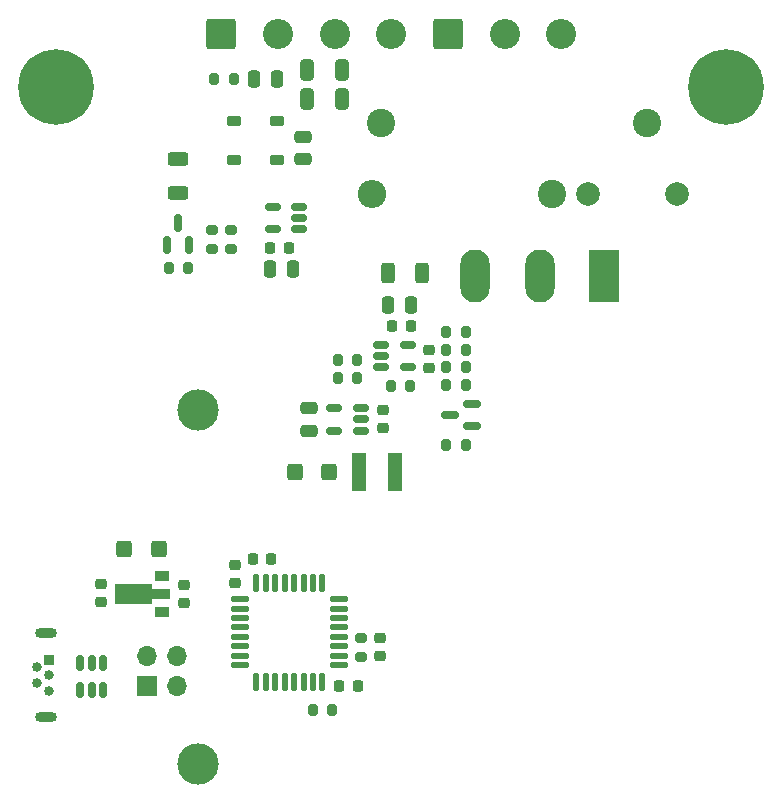
<source format=gbr>
%TF.GenerationSoftware,KiCad,Pcbnew,7.0.1*%
%TF.CreationDate,2024-04-13T10:55:35+02:00*%
%TF.ProjectId,Zuendung,5a75656e-6475-46e6-972e-6b696361645f,rev?*%
%TF.SameCoordinates,Original*%
%TF.FileFunction,Soldermask,Top*%
%TF.FilePolarity,Negative*%
%FSLAX46Y46*%
G04 Gerber Fmt 4.6, Leading zero omitted, Abs format (unit mm)*
G04 Created by KiCad (PCBNEW 7.0.1) date 2024-04-13 10:55:35*
%MOMM*%
%LPD*%
G01*
G04 APERTURE LIST*
G04 Aperture macros list*
%AMRoundRect*
0 Rectangle with rounded corners*
0 $1 Rounding radius*
0 $2 $3 $4 $5 $6 $7 $8 $9 X,Y pos of 4 corners*
0 Add a 4 corners polygon primitive as box body*
4,1,4,$2,$3,$4,$5,$6,$7,$8,$9,$2,$3,0*
0 Add four circle primitives for the rounded corners*
1,1,$1+$1,$2,$3*
1,1,$1+$1,$4,$5*
1,1,$1+$1,$6,$7*
1,1,$1+$1,$8,$9*
0 Add four rect primitives between the rounded corners*
20,1,$1+$1,$2,$3,$4,$5,0*
20,1,$1+$1,$4,$5,$6,$7,0*
20,1,$1+$1,$6,$7,$8,$9,0*
20,1,$1+$1,$8,$9,$2,$3,0*%
%AMFreePoly0*
4,1,9,3.862500,-0.866500,0.737500,-0.866500,0.737500,-0.450000,-0.737500,-0.450000,-0.737500,0.450000,0.737500,0.450000,0.737500,0.866500,3.862500,0.866500,3.862500,-0.866500,3.862500,-0.866500,$1*%
G04 Aperture macros list end*
%ADD10RoundRect,0.150000X-0.512500X-0.150000X0.512500X-0.150000X0.512500X0.150000X-0.512500X0.150000X0*%
%ADD11RoundRect,0.225000X-0.250000X0.225000X-0.250000X-0.225000X0.250000X-0.225000X0.250000X0.225000X0*%
%ADD12R,1.700000X1.700000*%
%ADD13O,1.700000X1.700000*%
%ADD14RoundRect,0.150000X0.512500X0.150000X-0.512500X0.150000X-0.512500X-0.150000X0.512500X-0.150000X0*%
%ADD15RoundRect,0.225000X0.250000X-0.225000X0.250000X0.225000X-0.250000X0.225000X-0.250000X-0.225000X0*%
%ADD16RoundRect,0.200000X0.200000X0.275000X-0.200000X0.275000X-0.200000X-0.275000X0.200000X-0.275000X0*%
%ADD17C,3.500000*%
%ADD18RoundRect,0.249999X-1.025001X-1.025001X1.025001X-1.025001X1.025001X1.025001X-1.025001X1.025001X0*%
%ADD19C,2.550000*%
%ADD20RoundRect,0.250000X-0.475000X0.250000X-0.475000X-0.250000X0.475000X-0.250000X0.475000X0.250000X0*%
%ADD21RoundRect,0.225000X-0.375000X0.225000X-0.375000X-0.225000X0.375000X-0.225000X0.375000X0.225000X0*%
%ADD22R,2.500000X4.500000*%
%ADD23O,2.500000X4.500000*%
%ADD24R,1.300000X0.900000*%
%ADD25FreePoly0,180.000000*%
%ADD26RoundRect,0.150000X-0.150000X0.512500X-0.150000X-0.512500X0.150000X-0.512500X0.150000X0.512500X0*%
%ADD27RoundRect,0.225000X-0.225000X-0.250000X0.225000X-0.250000X0.225000X0.250000X-0.225000X0.250000X0*%
%ADD28RoundRect,0.250000X0.325000X0.650000X-0.325000X0.650000X-0.325000X-0.650000X0.325000X-0.650000X0*%
%ADD29RoundRect,0.250000X0.250000X0.475000X-0.250000X0.475000X-0.250000X-0.475000X0.250000X-0.475000X0*%
%ADD30RoundRect,0.250000X0.400000X0.450000X-0.400000X0.450000X-0.400000X-0.450000X0.400000X-0.450000X0*%
%ADD31RoundRect,0.200000X-0.200000X-0.275000X0.200000X-0.275000X0.200000X0.275000X-0.200000X0.275000X0*%
%ADD32C,2.000000*%
%ADD33RoundRect,0.200000X0.275000X-0.200000X0.275000X0.200000X-0.275000X0.200000X-0.275000X-0.200000X0*%
%ADD34C,0.800000*%
%ADD35C,6.400000*%
%ADD36RoundRect,0.250000X-0.250000X-0.475000X0.250000X-0.475000X0.250000X0.475000X-0.250000X0.475000X0*%
%ADD37R,0.840000X0.840000*%
%ADD38C,0.840000*%
%ADD39O,1.850000X0.850000*%
%ADD40RoundRect,0.225000X0.225000X0.250000X-0.225000X0.250000X-0.225000X-0.250000X0.225000X-0.250000X0*%
%ADD41C,2.400000*%
%ADD42O,2.400000X2.400000*%
%ADD43RoundRect,0.200000X-0.275000X0.200000X-0.275000X-0.200000X0.275000X-0.200000X0.275000X0.200000X0*%
%ADD44RoundRect,0.250000X-0.400000X-0.450000X0.400000X-0.450000X0.400000X0.450000X-0.400000X0.450000X0*%
%ADD45RoundRect,0.125000X0.625000X0.125000X-0.625000X0.125000X-0.625000X-0.125000X0.625000X-0.125000X0*%
%ADD46RoundRect,0.125000X0.125000X0.625000X-0.125000X0.625000X-0.125000X-0.625000X0.125000X-0.625000X0*%
%ADD47R,1.200000X3.300000*%
%ADD48RoundRect,0.150000X0.150000X-0.587500X0.150000X0.587500X-0.150000X0.587500X-0.150000X-0.587500X0*%
%ADD49RoundRect,0.150000X0.587500X0.150000X-0.587500X0.150000X-0.587500X-0.150000X0.587500X-0.150000X0*%
%ADD50RoundRect,0.250000X0.625000X-0.312500X0.625000X0.312500X-0.625000X0.312500X-0.625000X-0.312500X0*%
%ADD51RoundRect,0.250000X0.312500X0.625000X-0.312500X0.625000X-0.312500X-0.625000X0.312500X-0.625000X0*%
G04 APERTURE END LIST*
D10*
%TO.C,U5*%
X132500000Y-101800000D03*
X132500000Y-102750000D03*
X132500000Y-103700000D03*
X134775000Y-103700000D03*
X134775000Y-101800000D03*
%TD*%
D11*
%TO.C,C11*%
X120125000Y-120425000D03*
X120125000Y-121975000D03*
%TD*%
D12*
%TO.C,J2*%
X112685000Y-130640000D03*
D13*
X112685000Y-128100000D03*
X115225000Y-130640000D03*
X115225000Y-128100000D03*
%TD*%
D14*
%TO.C,U1*%
X130787500Y-109050000D03*
X130787500Y-108100000D03*
X130787500Y-107150000D03*
X128512500Y-107150000D03*
X128512500Y-109050000D03*
%TD*%
D15*
%TO.C,C2*%
X132650000Y-108875000D03*
X132650000Y-107325000D03*
%TD*%
D16*
%TO.C,R11*%
X128350000Y-132700000D03*
X126700000Y-132700000D03*
%TD*%
D17*
%TO.C,H4*%
X117000000Y-137300000D03*
%TD*%
D18*
%TO.C,J5*%
X138150000Y-75500000D03*
D19*
X142950000Y-75500000D03*
X147750000Y-75500000D03*
%TD*%
D20*
%TO.C,C3*%
X125900000Y-84200000D03*
X125900000Y-86100000D03*
%TD*%
D21*
%TO.C,D2*%
X123675000Y-82850000D03*
X123675000Y-86150000D03*
%TD*%
D22*
%TO.C,Q3*%
X151350000Y-96000000D03*
D23*
X145900000Y-96000000D03*
X140450000Y-96000000D03*
%TD*%
D24*
%TO.C,U2*%
X113950000Y-124400000D03*
D25*
X113862500Y-122900000D03*
D24*
X113950000Y-121400000D03*
%TD*%
D26*
%TO.C,U3*%
X108925000Y-128725000D03*
X107975000Y-128725000D03*
X107025000Y-128725000D03*
X107025000Y-131000000D03*
X107975000Y-131000000D03*
X108925000Y-131000000D03*
%TD*%
D27*
%TO.C,C12*%
X121650000Y-119900000D03*
X123200000Y-119900000D03*
%TD*%
D28*
%TO.C,C16*%
X129175000Y-78500000D03*
X126225000Y-78500000D03*
%TD*%
D29*
%TO.C,C19*%
X135000000Y-98400000D03*
X133100000Y-98400000D03*
%TD*%
D30*
%TO.C,D1*%
X128100000Y-112600000D03*
X125200000Y-112600000D03*
%TD*%
D31*
%TO.C,R15*%
X138025000Y-105200000D03*
X139675000Y-105200000D03*
%TD*%
D27*
%TO.C,C5*%
X123100000Y-93600000D03*
X124650000Y-93600000D03*
%TD*%
D32*
%TO.C,C8*%
X157500000Y-89000000D03*
X150000000Y-89000000D03*
%TD*%
D33*
%TO.C,R4*%
X118200000Y-93700000D03*
X118200000Y-92050000D03*
%TD*%
D34*
%TO.C,H1*%
X102600000Y-80000000D03*
X103302944Y-78302944D03*
X103302944Y-81697056D03*
X105000000Y-77600000D03*
D35*
X105000000Y-80000000D03*
D34*
X105000000Y-82400000D03*
X106697056Y-78302944D03*
X106697056Y-81697056D03*
X107400000Y-80000000D03*
%TD*%
D16*
%TO.C,R12*%
X139675000Y-102200000D03*
X138025000Y-102200000D03*
%TD*%
D17*
%TO.C,H3*%
X117000000Y-107300000D03*
%TD*%
D16*
%TO.C,R16*%
X130450000Y-103050000D03*
X128800000Y-103050000D03*
%TD*%
D31*
%TO.C,R1*%
X128825000Y-104600000D03*
X130475000Y-104600000D03*
%TD*%
D36*
%TO.C,C6*%
X123100000Y-95400000D03*
X125000000Y-95400000D03*
%TD*%
D16*
%TO.C,R13*%
X139675000Y-103700000D03*
X138025000Y-103700000D03*
%TD*%
D37*
%TO.C,J3*%
X104375000Y-128462500D03*
D38*
X103375000Y-129112500D03*
X104375000Y-129762500D03*
X103375000Y-130412500D03*
X104375000Y-131062500D03*
D39*
X104155000Y-126187500D03*
X104155000Y-133337500D03*
%TD*%
D40*
%TO.C,C20*%
X135000000Y-100200000D03*
X133450000Y-100200000D03*
%TD*%
D41*
%TO.C,R6*%
X147000000Y-89000000D03*
D42*
X131760000Y-89000000D03*
%TD*%
D21*
%TO.C,D3*%
X120000000Y-82850000D03*
X120000000Y-86150000D03*
%TD*%
D43*
%TO.C,R3*%
X119800000Y-92050000D03*
X119800000Y-93700000D03*
%TD*%
D31*
%TO.C,R7*%
X138025000Y-100700000D03*
X139675000Y-100700000D03*
%TD*%
D18*
%TO.C,J1*%
X118950000Y-75500000D03*
D19*
X123750000Y-75500000D03*
X128550000Y-75500000D03*
X133350000Y-75500000D03*
%TD*%
D44*
%TO.C,D4*%
X110750000Y-119100000D03*
X113650000Y-119100000D03*
%TD*%
D33*
%TO.C,R10*%
X130825000Y-128225000D03*
X130825000Y-126575000D03*
%TD*%
D27*
%TO.C,C10*%
X128950000Y-130700000D03*
X130500000Y-130700000D03*
%TD*%
D45*
%TO.C,U4*%
X128900000Y-128925000D03*
X128900000Y-128125000D03*
X128900000Y-127325000D03*
X128900000Y-126525000D03*
X128900000Y-125725000D03*
X128900000Y-124925000D03*
X128900000Y-124125000D03*
X128900000Y-123325000D03*
D46*
X127525000Y-121950000D03*
X126725000Y-121950000D03*
X125925000Y-121950000D03*
X125125000Y-121950000D03*
X124325000Y-121950000D03*
X123525000Y-121950000D03*
X122725000Y-121950000D03*
X121925000Y-121950000D03*
D45*
X120550000Y-123325000D03*
X120550000Y-124125000D03*
X120550000Y-124925000D03*
X120550000Y-125725000D03*
X120550000Y-126525000D03*
X120550000Y-127325000D03*
X120550000Y-128125000D03*
X120550000Y-128925000D03*
D46*
X121925000Y-130300000D03*
X122725000Y-130300000D03*
X123525000Y-130300000D03*
X124325000Y-130300000D03*
X125125000Y-130300000D03*
X125925000Y-130300000D03*
X126725000Y-130300000D03*
X127525000Y-130300000D03*
%TD*%
D31*
%TO.C,R9*%
X133325000Y-105250000D03*
X134975000Y-105250000D03*
%TD*%
D14*
%TO.C,U6*%
X125575000Y-92000000D03*
X125575000Y-91050000D03*
X125575000Y-90100000D03*
X123300000Y-90100000D03*
X123300000Y-92000000D03*
%TD*%
D31*
%TO.C,R14*%
X138025000Y-110250000D03*
X139675000Y-110250000D03*
%TD*%
D11*
%TO.C,C18*%
X108800000Y-122025000D03*
X108800000Y-123575000D03*
%TD*%
D47*
%TO.C,L1*%
X130600000Y-112600000D03*
X133700000Y-112600000D03*
%TD*%
D29*
%TO.C,C4*%
X123650000Y-79300000D03*
X121750000Y-79300000D03*
%TD*%
D41*
%TO.C,C7*%
X155000000Y-83000000D03*
X132500000Y-83000000D03*
%TD*%
D28*
%TO.C,C15*%
X129175000Y-81000000D03*
X126225000Y-81000000D03*
%TD*%
D16*
%TO.C,R18*%
X116150000Y-95300000D03*
X114500000Y-95300000D03*
%TD*%
D31*
%TO.C,R2*%
X118375000Y-79300000D03*
X120025000Y-79300000D03*
%TD*%
D15*
%TO.C,C9*%
X132425000Y-128150000D03*
X132425000Y-126600000D03*
%TD*%
D34*
%TO.C,H2*%
X159300000Y-80000000D03*
X160002944Y-78302944D03*
X160002944Y-81697056D03*
X161700000Y-77600000D03*
D35*
X161700000Y-80000000D03*
D34*
X161700000Y-82400000D03*
X163397056Y-78302944D03*
X163397056Y-81697056D03*
X164100000Y-80000000D03*
%TD*%
D11*
%TO.C,C17*%
X115800000Y-122125000D03*
X115800000Y-123675000D03*
%TD*%
D48*
%TO.C,Q2*%
X114350000Y-93375000D03*
X116250000Y-93375000D03*
X115300000Y-91500000D03*
%TD*%
D11*
%TO.C,C13*%
X136525000Y-102225000D03*
X136525000Y-103775000D03*
%TD*%
D49*
%TO.C,Q1*%
X140225000Y-108700000D03*
X140225000Y-106800000D03*
X138350000Y-107750000D03*
%TD*%
D50*
%TO.C,R8*%
X115300000Y-88962500D03*
X115300000Y-86037500D03*
%TD*%
D20*
%TO.C,C1*%
X126350000Y-107150000D03*
X126350000Y-109050000D03*
%TD*%
D51*
%TO.C,R5*%
X135962500Y-95700000D03*
X133037500Y-95700000D03*
%TD*%
M02*

</source>
